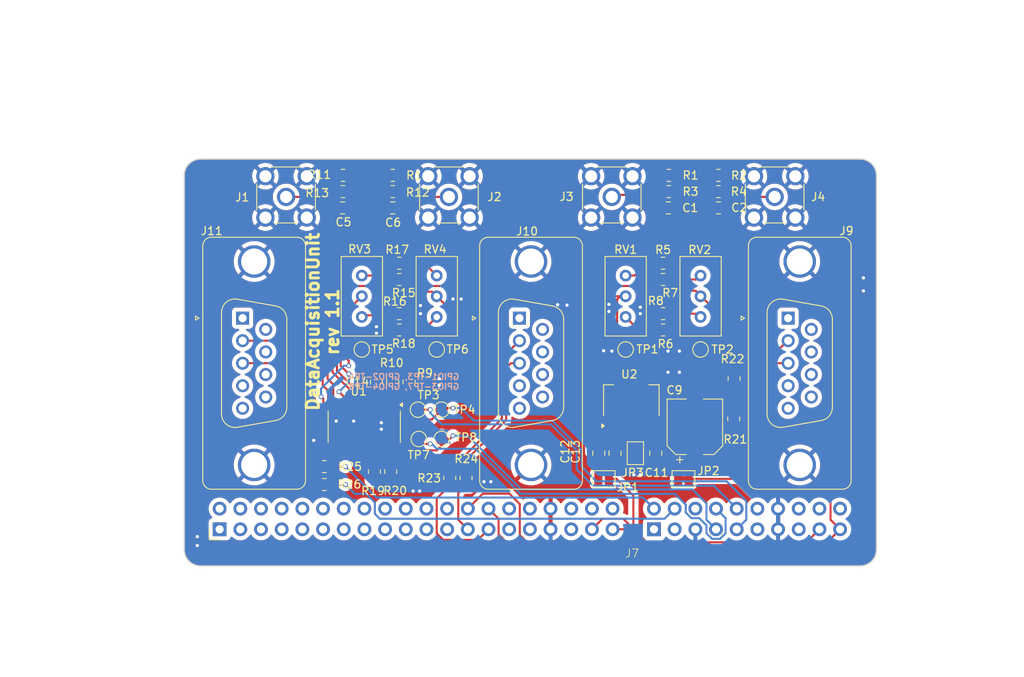
<source format=kicad_pcb>
(kicad_pcb (version 20241229) (generator "pcbnew") (generator_version "9.0")
  (layers (0 "F.Cu" signal) (2 "B.Cu" signal) (13 "F.Paste" user) (15 "B.Paste" user) (5 "F.SilkS" user "F.Silkscreen") (7 "B.SilkS" user "B.Silkscreen") (1 "F.Mask" user) (3 "B.Mask" user) (25 "Edge.Cuts" user))
  (net 0 "")
  (net 1 "Net-(U1A-+)")
  (net 2 "GND")
  (net 3 "Net-(U1B-+)")
  (net 4 "Net-(U1D-+)")
  (net 5 "Net-(U1C-+)")
  (net 6 "3V3_FROM_MAINBOARD")
  (net 7 "GPIO_20")
  (net 10 "5V")
  (net 11 "Net-(J1-In)")
  (net 12 "3V3")
  (net 13 "Net-(J2-In)")
  (net 14 "Net-(J3-In)")
  (net 15 "Net-(J4-In)")
  (net 16 "GPIO_22")
  (net 17 "USART1_RX")
  (net 18 "USART1_TX")
  (net 19 "USART2_RX")
  (net 20 "Net-(U1A--)")
  (net 21 "Net-(U1B--)")
  (net 22 "Net-(U1D--)")
  (net 23 "Net-(U1C--)")
  (net 24 "USART2_TX")
  (net 25 "Net-(R5-Pad1)")
  (net 26 "Net-(R6-Pad2)")
  (net 27 "Net-(JP2-B)")
  (net 28 "Net-(R7-Pad1)")
  (net 29 "Net-(R8-Pad2)")
  (net 30 "Net-(R15-Pad1)")
  (net 31 "Net-(R16-Pad2)")
  (net 32 "Net-(R17-Pad1)")
  (net 33 "Net-(R18-Pad2)")
  (net 34 "Net-(JP3-A)")
  (net 40 "GPIO_21")
  (net 48 "USART3_TX")
  (net 49 "USART3_RX")
  (net 56 "GPIO_19")
  (net 79 "Net-(J9-Pad3)")
  (net 84 "Net-(J9-Pad2)")
  (net 91 "Net-(J10-Pad3)")
  (net 93 "Net-(J10-Pad2)")
  (net 102 "Net-(J11-Pad3)")
  (net 104 "Net-(J11-Pad2)")
  (footprint "Resistor_SMD:R_0805_2012Metric" (layer "F.Cu") (at 157.6 97.4 90)
    (property "Reference" "R9")
    (property "Value" "10k")
  )
  (footprint "TestPoint:TestPoint_Pad_D1.5mm" (layer "F.Cu") (at 151.8 93.4)
    (property "Reference" "TP5")
    (property "Value" "TestPoint")
  )
  (footprint "Resistor_SMD:R_0805_2012Metric" (layer "F.Cu") (at 195.6 72 180)
    (property "Reference" "R2")
    (property "Value" "1k")
  )
  (footprint "Jumper:SolderJumper-2_P1.3mm_Bridged_Pad1.0x1.5mm" (layer "F.Cu") (at 191.3 109.3 180)
    (property "Reference" "JP2")
    (property "Value" "SolderJumper_2_Bridged")
  )
  (footprint "Potentiometer_THT:Potentiometer_Bourns_3296W_Vertical" (layer "F.Cu") (at 151.8 84.32 90)
    (property "Reference" "RV3")
    (property "Value" "100k")
  )
  (footprint "Connector_Dsub:DSUB-9_Socket_Vertical_P2.77x2.84mm_MountingHoles" (layer "F.Cu") (at 204.16 89.55 90)
    (property "Reference" "J9")
    (property "Value" "DE9_Pins_MountingHoles")
  )
  (footprint "Resistor_SMD:R_0805_2012Metric" (layer "F.Cu") (at 149.5 72)
    (property "Reference" "R11")
    (property "Value" "1k")
  )
  (footprint "Package_SO:SO-14_3.9x8.65mm_P1.27mm" (layer "F.Cu") (at 152.1 102.9 -90)
    (property "Reference" "U1")
    (property "Value" "LM2901")
  )
  (footprint "Resistor_SMD:R_0805_2012Metric" (layer "F.Cu") (at 156.4 82.8 180)
    (property "Reference" "R17")
    (property "Value" "TBD")
  )
  (footprint "TestPoint:TestPoint_Pad_D1.5mm" (layer "F.Cu") (at 158.8 104.4 90)
    (property "Reference" "TP7")
    (property "Value" "TestPoint")
  )
  (footprint "Resistor_SMD:R_0805_2012Metric" (layer "F.Cu") (at 197.475 101.925 90)
    (property "Reference" "R21")
    (property "Value" "100R")
  )
  (footprint "TestPoint:TestPoint_Pad_D1.5mm" (layer "F.Cu") (at 158.7 100.8 90)
    (property "Reference" "TP3")
    (property "Value" "TestPoint")
  )
  (footprint "Capacitor_SMD:C_0805_2012Metric" (layer "F.Cu") (at 195.6 76)
    (property "Reference" "C2")
    (property "Value" "3n3")
  )
  (footprint "Resistor_SMD:R_0805_2012Metric" (layer "F.Cu") (at 188.8 84.8 180)
    (property "Reference" "R7")
    (property "Value" "TBD")
  )
  (footprint "TestPoint:TestPoint_Pad_D1.5mm" (layer "F.Cu") (at 184.2 93.4 180)
    (property "Reference" "TP1")
    (property "Value" "TestPoint")
  )
  (footprint "Resistor_SMD:R_0805_2012Metric" (layer "F.Cu") (at 188.8 89)
    (property "Reference" "R8")
    (property "Value" "TBD")
  )
  (footprint "Resistor_SMD:R_0805_2012Metric" (layer "F.Cu") (at 156.4 84.8)
    (property "Reference" "R15")
    (property "Value" "TBD")
  )
  (footprint "Resistor_SMD:R_0805_2012Metric" (layer "F.Cu") (at 164.6 109.2 90)
    (property "Reference" "R24")
    (property "Value" "100R")
  )
  (footprint "Resistor_SMD:R_0805_2012Metric" (layer "F.Cu") (at 188.8 82.8)
    (property "Reference" "R5")
    (property "Value" "TBD")
  )
  (footprint "Resistor_SMD:R_0805_2012Metric" (layer "F.Cu") (at 188.8 91 180)
    (property "Reference" "R6")
    (property "Value" "TBD")
  )
  (footprint "Capacitor_SMD:C_0805_2012Metric" (layer "F.Cu") (at 155.6 76)
    (property "Reference" "C6")
    (property "Value" "3n3")
  )
  (footprint "Capacitor_SMD:C_0805_2012Metric" (layer "F.Cu") (at 189.45 76 180)
    (property "Reference" "C1")
    (property "Value" "3n3")
  )
  (footprint "HardwareDataLogger:ExtensionConnector" (layer "F.Cu") (at 172.5 117.3 90)
    (property "Reference" "J7")
    (property "Value" "~")
  )
  (footprint "Potentiometer_THT:Potentiometer_Bourns_3296W_Vertical" (layer "F.Cu") (at 161 84.32 90)
    (property "Reference" "RV4")
    (property "Value" "100k")
  )
  (footprint "Capacitor_SMD:CP_Elec_6.3x5.8" (layer "F.Cu") (at 192.7 102.9 90)
    (property "Reference" "C9")
    (property "Value" "100u")
  )
  (footprint "Package_TO_SOT_SMD:SOT-223" (layer "F.Cu") (at 184.9 99.65 90)
    (property "Reference" "U2")
    (property "Value" "LD1117S50TR_SOT223")
  )
  (footprint "Resistor_SMD:R_0805_2012Metric" (layer "F.Cu") (at 195.6 74 180)
    (property "Reference" "R4")
    (property "Value" "8k2")
  )
  (footprint "Resistor_SMD:R_0805_2012Metric" (layer "F.Cu") (at 156.4 89 180)
    (property "Reference" "R16")
    (property "Value" "TBD")
  )
  (footprint "Connector_Coaxial:SMA_Molex_73251-2200_Horizontal" (layer "F.Cu") (at 162.5 74.65)
    (property "Reference" "J2")
    (property "Value" "Conn_Coaxial")
  )
  (footprint "Capacitor_SMD:C_0805_2012Metric" (layer "F.Cu") (at 182.9 106.15 90)
    (property "Reference" "C13")
    (property "Value" "330n")
  )
  (footprint "Connector_Coaxial:SMA_Molex_73251-2200_Horizontal" (layer "F.Cu") (at 142.5 74.65)
    (property "Reference" "J1")
    (property "Value" "Conn_Coaxial")
  )
  (footprint "Jumper:SolderJumper-2_P1.3mm_Bridged_Pad1.0x1.5mm" (layer "F.Cu") (at 185.4 106.15 -90)
    (property "Reference" "JP3")
    (property "Value" "SolderJumper_2_Bridged")
  )
  (footprint "Potentiometer_THT:Potentiometer_Bourns_3296W_Vertical" (layer "F.Cu") (at 193.4 84.32 90)
    (property "Reference" "RV2")
    (property "Value" "100k")
  )
  (footprint "Connector_Dsub:DSUB-9_Socket_Vertical_P2.77x2.84mm_MountingHoles" (layer "F.Cu") (at 171.16 89.55 90)
    (property "Reference" "J10")
    (property "Value" "DE9_Pins_MountingHoles")
  )
  (footprint "Resistor_SMD:R_0805_2012Metric" (layer "F.Cu") (at 155.6 74 180)
    (property "Reference" "R14")
    (property "Value" "8k2")
  )
  (footprint "Resistor_SMD:R_0805_2012Metric" (layer "F.Cu") (at 155.6 97.4 90)
    (property "Reference" "R10")
    (property "Value" "10k")
  )
  (footprint "Potentiometer_THT:Potentiometer_Bourns_3296W_Vertical" (layer "F.Cu") (at 184.2 84.32 90)
    (property "Reference" "RV1")
    (property "Value" "100k")
  )
  (footprint "TestPoint:TestPoint_Pad_D1.5mm" (layer "F.Cu") (at 193.4 93.4 180)
    (property "Reference" "TP2")
    (property "Value" "TestPoint")
  )
  (footprint "Resistor_SMD:R_0805_2012Metric" (layer "F.Cu") (at 147.2 110 180)
    (property "Reference" "R26")
    (property "Value" "100R")
  )
  (footprint "Resistor_SMD:R_0805_2012Metric" (layer "F.Cu") (at 156.4 91)
    (property "Reference" "R18")
    (property "Value" "TBD")
  )
  (footprint "Connector_Coaxial:SMA_Molex_73251-2200_Horizontal" (layer "F.Cu") (at 202.5 74.65)
    (property "Reference" "J4")
    (property "Value" "Conn_Coaxial")
  )
  (footprint "Resistor_SMD:R_0805_2012Metric" (layer "F.Cu") (at 149.4875 74)
    (property "Reference" "R13")
    (property "Value" "8k2")
  )
  (footprint "Capacitor_SMD:C_0805_2012Metric" (layer "F.Cu") (at 153.6 97.4 90)
    (property "Reference" "C14")
    (property "Value" "100n")
  )
  (footprint "Capacitor_SMD:C_0805_2012Metric" (layer "F.Cu") (at 187.9 106.15 -90)
    (property "Reference" "C11")
    (property "Value" "330n")
  )
  (footprint "Capacitor_SMD:C_0805_2012Metric" (layer "F.Cu") (at 180.9 106.15 90)
    (property "Reference" "C12")
    (property "Value" "330n")
  )
  (footprint "Resistor_SMD:R_0805_2012Metric" (layer "F.Cu") (at 189.4875 74)
    (property "Reference" "R3")
    (property "Value" "8k2")
  )
  (footprint "Resistor_SMD:R_0805_2012Metric" (layer "F.Cu") (at 197.525 96.975 90)
    (property "Reference" "R22")
    (property "Value" "100R")
  )
  (footprint "Resistor_SMD:R_0805_2012Metric" (layer "F.Cu") (at 153.35 108.4 -90)
    (property "Reference" "R19")
    (property "Value" "10k")
  )
  (footprint "Connector_Coaxial:SMA_Molex_73251-2200_Horizontal" (layer "F.Cu") (at 182.5 74.65)
    (property "Reference" "J3")
    (property "Value" "Conn_Coaxial")
  )
  (footprint "Resistor_SMD:R_0805_2012Metric" (layer "F.Cu") (at 155.6 72 180)
    (property "Reference" "R12")
    (property "Value" "1k")
  )
  (footprint "Resistor_SMD:R_0805_2012Metric" (layer "F.Cu") (at 189.5125 72)
    (property "Reference" "R1")
    (property "Value" "1k")
  )
  (footprint "Resistor_SMD:R_0805_2012Metric" (layer "F.Cu") (at 155.35 108.4 -90)
    (property "Reference" "R20")
    (property "Value" "10k")
  )
  (footprint "Resistor_SMD:R_0805_2012Metric" (layer "F.Cu") (at 147.2 107.8 180)
    (property "Reference" "R25")
    (property "Value" "100R")
  )
  (footprint "Jumper:SolderJumper-2_P1.3mm_Open_Pad1.0x1.5mm" (layer "F.Cu") (at 181.5 109.3 180)
    (property "Reference" "JP1")
    (property "Value" "SolderJumper_2_Open")
  )
  (footprint "TestPoint:TestPoint_Pad_D1.5mm" (layer "F.Cu") (at 161.6 104.4 90)
    (property "Reference" "TP8")
    (property "Value" "TestPoint")
  )
  (footprint "Connector_Dsub:DSUB-9_Socket_Vertical_P2.77x2.84mm_MountingHoles" (layer "F.Cu") (at 137.16 89.55 90)
    (property "Reference" "J11")
    (property "Value" "DE9_Pins_MountingHoles")
  )
  (footprint "Resistor_SMD:R_0805_2012Metric" (layer "F.Cu") (at 162.6 109.2 90)
    (property "Reference" "R23")
    (property "Value" "100R")
  )
  (footprint "Capacitor_SMD:C_0805_2012Metric" (layer "F.Cu") (at 149.45 76 180)
    (property "Reference" "C5")
    (property "Value" "3n3")
  )
  (footprint "TestPoint:TestPoint_Pad_D1.5mm" (layer "F.Cu") (at 161 93.4)
    (property "Reference" "TP6")
    (property "Value" "TestPoint")
  )
  (footprint "TestPoint:TestPoint_Pad_D1.5mm" (layer "F.Cu") (at 161.6 100.8 90)
    (property "Reference" "TP4")
    (property "Value" "TestPoint")
  )
  (gr_line (start 132 120) (end 213 120) (stroke (width 0.15)) (layer "Edge.Cuts"))
  (gr_line (start 215 118) (end 215 72) (stroke (width 0.15)) (layer "Edge.Cuts"))
  (gr_arc (start 215 118) (mid 214.414214 119.414214) (end 213 120) (stroke (width 0.15)) (layer "Edge.Cuts"))
  (gr_line (start 213 70) (end 132.000001 70.000001) (stroke (width 0.15)) (layer "Edge.Cuts"))
  (gr_arc (start 130.000001 72.000001) (mid 130.585787 70.585787) (end 132.000001 70.000001) (stroke (width 0.15)) (layer "Edge.Cuts"))
  (gr_line (start 130 118) (end 130.000002 72.000001) (stroke (width 0.15)) (layer "Edge.Cuts"))
  (gr_arc (start 213 70.000001) (mid 214.414214 70.585787) (end 215 72.000001) (stroke (width 0.15)) (layer "Edge.Cuts"))
  (gr_arc (start 132.000001 119.999999) (mid 130.585787 119.414213) (end 130.000001 117.999999) (stroke (width 0.15)) (layer "Edge.Cuts"))
  (gr_text "DataAcquisitionUnit\nrev 1.1" (at 147 90 90) (layer "F.SilkS") (effects (font (size 1.5 1.5) (thickness 0.35))))
  (gr_text "GPIO1-TP3, GPIO2-TP4, \nGPIO3-TP7, GPIO4-TP8" (at 163.85 98.4 0) (layer "B.SilkS") (effects (font (size 0.75 0.75)) (justify left bottom mirror)))
  (segment (start 148.2 96.2) (end 148.2 84.4) (width 0.25) (layer "F.Cu") (net 1))
  (segment (start 150.83 100.425) (end 150.83 98.83) (width 0.25) (layer "F.Cu") (net 1))
  (segment (start 194.6875 74) (end 194.6875 75.9625) (width 0.25) (layer "F.Cu") (net 1))
  (segment (start 177.6 80.2) (end 191.4 80.2) (width 0.25) (layer "F.Cu") (net 1))
  (segment (start 191.4 80.2) (end 194.65 76.95) (width 0.25) (layer "F.Cu") (net 1))
  (segment (start 148.2 84.4) (end 152 80.6) (width 0.25) (layer "F.Cu") (net 1))
  (segment (start 177.051 79.651) (end 177.6 80.2) (width 0.25) (layer "F.Cu") (net 1))
  (segment (start 166.651 80.6) (end 167.6 79.651) (width 0.25) (layer "F.Cu") (net 1))
  (segment (start 194.6875 72) (end 194.6875 74) (width 0.25) (layer "F.Cu") (net 1))
  (segment (start 150.83 98.83) (end 148.2 96.2) (width 0.25) (layer "F.Cu") (net 1))
  (segment (start 167.6 79.651) (end 177.051 79.651) (width 0.25) (layer "F.Cu") (net 1))
  (segment (start 194.65 76.95) (end 194.65 76) (width 0.25) (layer "F.Cu") (net 1))
  (segment (start 152 80.6) (end 166.651 80.6) (width 0.25) (layer "F.Cu") (net 1))
  (segment (start 153.37 104.63) (end 154 104) (width 0.25) (layer "F.Cu") (net 2))
  (segment (start 154 103.4) (end 154.2 103.2) (width 0.25) (layer "F.Cu") (net 2))
  (segment (start 154.2 103.2) (end 154.2 102.4) (width 0.25) (layer "F.Cu") (net 2))
  (segment (start 154 104) (end 154 103.4) (width 0.25) (layer "F.Cu") (net 2))
  (via (at 186 89) (size 0.6) (drill 0.4) (layers "F.Cu" "B.Cu") (net 2))
  (via (at 167.65 109.65) (size 0.6) (drill 0.4) (layers "F.Cu" "B.Cu") (net 2))
  (via (at 186 108.8) (size 0.6) (drill 0.4) (layers "F.Cu" "B.Cu") (net 2))
  (via (at 182.15 87.85) (size 0.6) (drill 0.4) (layers "F.Cu" "B.Cu") (net 2))
  (via (at 213.4 84.6) (size 0.6) (drill 0.4) (layers "F.Cu" "B.Cu") (net 2))
  (via (at 163 87.2) (size 0.6) (drill 0.4) (layers "F.Cu" "B.Cu") (net 2))
  (via (at 159 89) (size 0.6) (drill 0.4) (layers "F.Cu" "B.Cu") (net 2))
  (via (at 175.85 87.9) (size 0.6) (drill 0.4) (layers "F.Cu" "B.Cu") (net 2))
  (via (at 154.2 103.2) (size 0.6) (drill 0.4) (layers "F.Cu" "B.Cu") (net 2))
  (via (at 161.3 97) (size 0.6) (drill 0.4) (layers "F.Cu" "B.Cu") (net 2))
  (via (at 213.4 86.2) (size 0.6) (drill 0.4) (layers "F.Cu" "B.Cu") (net 2))
  (via (at 158.9 110.8) (size 0.6) (drill 0.4) (layers "F.Cu" "B.Cu") (net 2))
  (via (at 145.9 104.575) (size 0.6) (drill 0.4) (layers "F.Cu" "B.Cu") (net 2))
  (via (at 177 87.95) (size 0.6) (drill 0.4) (layers "F.Cu" "B.Cu") (net 2))
  (via (at 164 87.2) (size 0.6) (drill 0.4) (layers "F.Cu" "B.Cu") (net 2))
  (via (at 159 88) (size 0.6) (drill 0.4) (layers "F.Cu" "B.Cu") (net 2))
  (via (at 166.8 109.65) (size 0.6) (drill 0.4) (layers "F.Cu" "B.Cu") (net 2))
  (via (at 186 88.2) (size 0.6) (drill 0.4) (layers "F.Cu" "B.Cu") (net 2))
  (via (at 153.6 91.4) (size 0.6) (drill 0.4) (layers "F.Cu" "B.Cu") (net 2))
  (via (at 131.6 117.5) (size 0.6) (drill 0.4) (layers "F.Cu" "B.Cu") (net 2))
  (via (at 190.8 96.2) (size 0.6) (drill 0.4) (layers "F.Cu" "B.Cu") (net 2))
  (via (at 182.5 93.6) (size 0.6) (drill 0.4) (layers "F.Cu" "B.Cu") (net 2))
  (via (at 185.2 108.8) (size 0.6) (drill 0.4) (layers "F.Cu" "B.Cu") (net 2))
  (via (at 161.3 97.8) (size 0.6) (drill 0.4) (layers "F.Cu" "B.Cu") (net 2))
  (via (at 189.4 96.2) (size 0.6) (drill 0.4) (layers "F.Cu" "B.Cu") (net 2))
  (via (at 189.4 93.6) (size 0.6) (drill 0.4) (layers "F.Cu" "B.Cu") (net 2))
  (via (at 154.2 102.4) (size 0.6) (drill 0.4) (layers "F.Cu" "B.Cu") (net 2))
  (via (at 190.8 93.6) (size 0.6) (drill 0.4) (layers "F.Cu" "B.Cu") (net 2))
  (via (at 148.65 102.2) (size 0.6) (drill 0.4) (layers "F.Cu" "B.Cu") (net 2))
  (via (at 182.15 88.725) (size 0.6) (drill 0.4) (layers "F.Cu" "B.Cu") (net 2))
  (via (at 153.6 90.6) (size 0.6) (drill 0.4) (layers "F.Cu" "B.Cu") (net 2))
  (via (at 158.1 110.8) (size 0.6) (drill 0.4) (layers "F.Cu" "B.Cu") (net 2))
  (via (at 150.8 102.2) (size 0.6) (drill 0.4) (layers "F.Cu" "B.Cu") (net 2))
  (via (at 181.5 93.55) (size 0.6) (drill 0.4) (layers "F.Cu" "B.Cu") (net 2))
  (via (at 131.6 116.4) (size 0.6) (drill 0.4) (layers "F.Cu" "B.Cu") (net 2))
  (segment (start 187.451 79.749) (end 177.949 79.749) (width 0.25) (layer "F.Cu") (net 3))
  (segment (start 177.949 79.749) (end 177.4 79.2) (width 0.25) (layer "F.Cu") (net 3))
  (segment (start 177.4 79.2) (end 167.4 79.2) (width 0.25) (layer "F.Cu") (net 3))
  (segment (start 151.651 80.149) (end 147.6 84.2) (width 0.25) (layer "F.Cu") (net 3))
  (segment (start 166.451 80.149) (end 151.651 80.149) (width 0.25) (layer "F.Cu") (net 3))
  (segment (start 148.29 97.69) (end 148.29 100.425) (width 0.25) (layer "F.Cu") (net 3))
  (segment (start 190.4 76.8) (end 187.451 79.749) (width 0.25) (layer "F.Cu") (net 3))
  (segment (start 190.4 74) (end 190.4 76) (width 0.25) (layer "F.Cu") (net 3))
  (segment (start 147.6 84.2) (end 147.6 97) (width 0.25) (layer "F.Cu") (net 3))
  (segment (start 147.6 97) (end 148.29 97.69) (width 0.25) (layer "F.Cu") (net 3))
  (segment (start 167.4 79.2) (end 166.451 80.149) (width 0.25) (layer "F.Cu") (net 3))
  (segment (start 190.4 76) (end 190.4 76.8) (width 0.25) (layer "F.Cu") (net 3))
  (segment (start 190.425 72) (end 190.425 73.975) (width 0.25) (layer "F.Cu") (net 3))
  (segment (start 149.56 104.56) (end 147.664 102.664) (width 0.25) (layer "F.Cu") (net 4))
  (segment (start 147 97.8) (end 147 84) (width 0.25) (layer "F.Cu") (net 4))
  (segment (start 147.664 98.464) (end 147 97.8) (width 0.25) (layer "F.Cu") (net 4))
  (segment (start 147 84) (end 154.6 76.4) (width 0.25) (layer "F.Cu") (net 4))
  (segment (start 154.6875 74) (end 154.6875 75.9625) (width 0.25) (layer "F.Cu") (net 4))
  (segment (start 154.6875 72) (end 154.6875 74) (width 0.25) (layer "F.Cu") (net 4))
  (segment (start 147.664 102.664) (end 147.664 98.464) (width 0.25) (layer "F.Cu") (net 4))
  (segment (start 150.4125 72) (end 150.4125 73.9875) (width 0.25) (layer "F.Cu") (net 5))
  (segment (start 147.876 106.676) (end 151.773999 106.676) (width 0.25) (layer "F.Cu") (net 5))
  (segment (start 146.549 97.2) (end 146 97.749) (width 0.25) (layer "F.Cu") (net 5))
  (segment (start 150.4 76) (end 150.4 79.96219) (width 0.25) (layer "F.Cu") (net 5))
  (segment (start 147.35 106.15) (end 147.876 106.676) (width 0.25) (layer "F.Cu") (net 5))
  (segment (start 146.549 83.81319) (end 146.549 97.2) (width 0.25) (layer "F.Cu") (net 5))
  (segment (start 152.1 106.349999) (end 152.1 105.375) (width 0.25) (layer "F.Cu") (net 5))
  (segment (start 147.35 104.35) (end 147.35 106.15) (width 0.25) (layer "F.Cu") (net 5))
  (segment (start 151.773999 106.676) (end 152.1 106.349999) (width 0.25) (layer "F.Cu") (net 5))
  (segment (start 150.4 74) (end 150.4 76) (width 0.25) (layer "F.Cu") (net 5))
  (segment (start 146 103) (end 147.35 104.35) (width 0.25) (layer "F.Cu") (net 5))
  (segment (start 150.4 79.96219) (end 146.549 83.81319) (width 0.25) (layer "F.Cu") (net 5))
  (segment (start 146 97.749) (end 146 103) (width 0.25) (layer "F.Cu") (net 5))
  (segment (start 183.085298 109.3) (end 185.15 111.364702) (width 0.25) (layer "F.Cu") (net 6))
  (segment (start 206.4 117.1) (end 186.8 117.1) (width 0.25) (layer "F.Cu") (net 6))
  (segment (start 183.9 114.2) (end 181.36 114.2) (width 0.25) (layer "F.Cu") (net 6))
  (segment (start 208 115.5) (end 206.4 117.1) (width 0.25) (layer "F.Cu") (net 6))
  (segment (start 183.9 114.2) (end 185.15 115.45) (width 0.25) (layer "F.Cu") (net 6))
  (segment (start 185.15 111.364702) (end 185.15 115.45) (width 0.25) (layer "F.Cu") (net 6))
  (segment (start 180.06 115.5) (end 181.36 114.2) (width 0.25) (layer "F.Cu") (net 6))
  (segment (start 182.15 109.3) (end 183.085298 109.3) (width 0.25) (layer "F.Cu") (net 6))
  (segment (start 186.8 117.1) (end 185.15 115.45) (width 0.25) (layer "F.Cu") (net 6))
  (segment (start 163 100.6) (end 161.8 100.6) (width 0.25) (layer "F.Cu") (net 7))
  (segment (start 155.6 98.73) (end 155.6 98.3125) (width 0.25) (layer "F.Cu") (net 7))
  (segment (start 154.64 101.24) (end 155.4 102) (width 0.25) (layer "F.Cu") (net 7))
  (segment (start 154.64 99.69) (end 155.6 98.73) (width 0.25) (layer "F.Cu") (net 7))
  (segment (start 155.4 102) (end 160.4 102) (width 0.25) (layer "F.Cu") (net 7))
  (segment (start 160.4 102) (end 161.6 100.8) (width 0.25) (layer "F.Cu") (net 7))
  (via (at 163 100.6) (size 0.6) (drill 0.4) (layers "F.Cu" "B.Cu") (net 7))
  (segment (start 178.651 105.61319) (end 175.18681 102.149) (width 0.25) (layer "B.Cu") (net 7))
  (segment (start 175.18681 102.149) (end 165.549 102.149) (width 0.25) (layer "B.Cu") (net 7))
  (segment (start 199.016 112.016) (end 196.6 109.6) (width 0.25) (layer "B.Cu") (net 7))
  (segment (start 196.6 109.6) (end 180.6 109.6) (width 0.25) (layer "B.Cu") (net 7))
  (segment (start 178.651 105.651) (end 178.651 105.61319) (width 0.25) (layer "B.Cu") (net 7))
  (segment (start 180.6 109.6) (end 178.8 107.8) (width 0.25) (layer "B.Cu") (net 7))
  (segment (start 178.8 105.8) (end 178.651 105.651) (width 0.25) (layer "B.Cu") (net 7))
  (segment (start 178.8 107.8) (end 178.8 105.8) (width 0.25) (layer "B.Cu") (net 7))
  (segment (start 199.016 114.324) (end 199.016 112.016) (width 0.25) (layer "B.Cu") (net 7))
  (segment (start 197.84 115.5) (end 199.016 114.324) (width 0.25) (layer "B.Cu") (net 7))
  (segment (start 165.549 102.149) (end 164 100.6) (width 0.25) (layer "B.Cu") (net 7))
  (segment (start 164 100.6) (end 163 100.6) (width 0.25) (layer "B.Cu") (net 7))
  (segment (start 210.54 115.5) (end 208.44 117.6) (width 0.25) (layer "F.Cu") (net 10))
  (segment (start 186.4 117.6) (end 184.3 115.5) (width 0.25) (layer "F.Cu") (net 10))
  (segment (start 184.3 115.5) (end 182.6 115.5) (width 0.25) (layer "F.Cu") (net 10))
  (segment (start 198.05 109.3) (end 199.95 111.2) (width 0.25) (layer "F.Cu") (net 10))
  (segment (start 191.95 109.3) (end 198.05 109.3) (width 0.25) (layer "F.Cu") (net 10))
  (segment (start 199.95 111.2) (end 208.4 111.2) (width 0.25) (layer "F.Cu") (net 10))
  (segment (start 209.364 114.324) (end 210.54 115.5) (width 0.25) (layer "F.Cu") (net 10))
  (segment (start 208.4 111.2) (end 209.364 112.164) (width 0.25) (layer "F.Cu") (net 10))
  (segment (start 209.364 112.164) (end 209.364 114.324) (width 0.25) (layer "F.Cu") (net 10))
  (segment (start 208.44 117.6) (end 186.4 117.6) (width 0.25) (layer "F.Cu") (net 10))
  (segment (start 145.9 74.65) (end 148.55 72) (width 0.25) (layer "F.Cu") (net 11))
  (segment (start 142.5 74.65) (end 145.9 74.65) (width 0.25) (layer "F.Cu") (net 11))
  (segment (start 157.3125 84.8) (end 158.8 84.8) (width 0.25) (layer "F.Cu") (net 12))
  (segment (start 165.8 87.4) (end 165.8 87.6) (width 0.25) (layer "F.Cu") (net 12))
  (segment (start 180.85 109.3) (end 180.85 107.15) (width 0.25) (layer "F.Cu") (net 12))
  (segment (start 161.974 96.374) (end 162 96.4) (width 0.25) (layer "F.Cu") (net 12))
  (segment (start 180.9 107.1) (end 179.849 106.049) (width 0.25) (layer "F.Cu") (net 12))
  (segment (start 153.37 101.83) (end 152.744 102.456) (width 0.25) (layer "F.Cu") (net 12))
  (segment (start 185.4 106.8) (end 184.5 106.8) (width 0.25) (layer "F.Cu") (net 12))
  (segment (start 152.324 106.979486) (end 152.324 108.2865) (width 0.25) (layer "F.Cu") (net 12))
  (segment (start 165.8 87.2) (end 165.7 87.1) (width 0.25) (layer "F.Cu") (net 12))
  (segment (start 165.8 92.6) (end 165.8 87.6) (width 0.25) (layer "F.Cu") (net 12))
  (segment (start 152.744 106.559486) (end 152.324 106.979486) (width 0.25) (layer "F.Cu") (net 12))
  (segment (start 181.2 94.8) (end 173.8 87.4) (width 0.25) (layer "F.Cu") (net 12))
  (segment (start 164.2 85.6) (end 165.7 87.1) (width 0.25) (layer "F.Cu") (net 12))
  (segment (start 165.8 87.4) (end 166 87.4) (width 0.25) (layer "F.Cu") (net 12))
  (segment (start 157.7135 96.374) (end 161.974 96.374) (width 0.25) (layer "F.Cu") (net 12))
  (segment (start 179.849 106.049) (end 179.849 96.151) (width 0.25) (layer "F.Cu") (net 12))
  (segment (start 187.8875 84.625) (end 189.7125 82.8) (width 0.25) (layer "F.Cu") (net 12))
  (segment (start 153.6 98.35) (end 155.4625 96.4875) (width 0.25) (layer "F.Cu") (net 12))
  (segment (start 179.849 96.151) (end 181.2 94.8) (width 0.25) (layer "F.Cu") (net 12))
  (segment (start 152.744 102.456) (end 152.744 106.559486) (width 0.25) (layer "F.Cu") (net 12))
  (segment (start 157.3125 84.625) (end 155.4875 82.8) (width 0.25) (layer "F.Cu") (net 12))
  (segment (start 153.35 109.3125) (end 155.35 109.3125) (width 0.25) (layer "F.Cu") (net 12))
  (segment (start 165.8 87.6) (end 165.8 87.2) (width 0.25) (layer "F.Cu") (net 12))
  (segment (start 152.324 108.2865) (end 153.35 109.3125) (width 0.25) (layer "F.Cu") (net 12))
  (segment (start 184.2 107.1) (end 182.9 107.1) (width 0.25) (layer "F.Cu") (net 12))
  (segment (start 195.4 84.4) (end 195.4 93.8) (width 0.25) (layer "F.Cu") (net 12))
  (segment (start 195.4 93.8) (end 194.275 94.925) (width 0.25) (layer "F.Cu") (net 12))
  (segment (start 165.7 87.1) (end 166 87.4) (width 0.25) (layer "F.Cu") (net 12))
  (segment (start 153.37 100.425) (end 153.37 98.58) (width 0.25) (layer "F.Cu") (net 12))
  (segment (start 184.5 106.8) (end 184.2 107.1) (width 0.25) (layer "F.Cu") (net 12))
  (segment (start 159.6 85.6) (end 164.2 85.6) (width 0.25) (layer "F.Cu") (net 12))
  (segment (start 189.7125 82.8) (end 193.8 82.8) (width 0.25) (layer "F.Cu") (net 12))
  (segment (start 194.275 94.925) (end 181.325 94.925) (width 0.25) (layer "F.Cu") (net 12))
  (segment (start 193.8 82.8) (end 195.4 84.4) (width 0.25) (layer "F.Cu") (net 12))
  (segment (start 181.325 94.925) (end 181.2 94.8) (width 0.25) (layer "F.Cu") (net 12))
  (segment (start 155.6 96.4875) (end 157.6 96.4875) (width 0.25) (layer "F.Cu") (net 12))
  (segment (start 153.37 100.425) (end 153.37 101.83) (width 0.25) (layer "F.Cu") (net 12))
  (segment (start 182.9 107.1) (end 180.9 107.1) (width 0.25) (layer "F.Cu") (net 12))
  (segment (start 158.8 84.8) (end 159.6 85.6) (width 0.25) (layer "F.Cu") (net 12))
  (segment (start 162 96.4) (end 165.8 92.6) (width 0.25) (layer "F.Cu") (net 12))
  (segment (start 173.8 87.4) (end 166 87.4) (width 0.25) (layer "F.Cu") (net 12))
  (segment (start 162.5 74.65) (end 159.1625 74.65) (width 0.25) (layer "F.Cu") (net 13))
  (segment (start 159.1625 74.65) (end 156.5125 72) (width 0.25) (layer "F.Cu") (net 13))
  (segment (start 187.8 72) (end 188.6 72) (width 0.25) (layer "F.Cu") (net 14))
  (segment (start 182.75 74.4) (end 185.4 74.4) (width 0.25) (layer "F.Cu") (net 14))
  (segment (start 185.4 74.4) (end 187.8 72) (width 0.25) (layer "F.Cu") (net 14))
  (segment (start 199.65 74.65) (end 197 72) (width 0.25) (layer "F.Cu") (net 15))
  (segment (start 202.5 74.65) (end 199.65 74.65) (width 0.25) (layer "F.Cu") (net 15))
  (segment (start 197 72) (end 196.5125 72) (width 0.25) (layer "F.Cu") (net 15))
  (segment (start 156.335 105.8) (end 155.91 105.375) (width 0.25) (layer "F.Cu") (net 16))
  (segment (start 162.6 104.4) (end 161.6 104.4) (width 0.25) (layer "F.Cu") (net 16))
  (segment (start 161 105.8) (end 156.335 105.8) (width 0.25) (layer "F.Cu") (net 16))
  (segment (start 161.6 105.2) (end 161 105.8) (width 0.25) (layer "F.Cu") (net 16))
  (segment (start 163 104) (end 162.6 104.4) (width 0.25) (layer "F.Cu") (net 16))
  (segment (start 155.91 105.375) (end 155.91 107.6775) (width 0.25) (layer "F.Cu") (net 16))
  (segment (start 161.6 104.4) (end 161.6 105.2) (width 0.25) (layer "F.Cu") (net 16))
  (via (at 163 104) (size 0.6) (drill 0.4) (layers "F.Cu" "B.Cu") (net 16))
  (segment (start 164.8 104) (end 163 104) (width 0.25) (layer "B.Cu") (net 16))
  (segment (start 192.4 110.6) (end 171.4 110.6) (width 0.25) (layer "B.Cu") (net 16))
  (segment (start 195.3 115.5) (end 194.124 114.324) (width 0.25) (layer "B.Cu") (net 16))
  (segment (start 171.4 110.6) (end 164.8 104) (width 0.25) (layer "B.Cu") (net 16))
  (segment (start 194.124 114.324) (end 194.124 112.324) (width 0.25) (layer "B.Cu") (net 16))
  (segment (start 194.124 112.324) (end 192.4 110.6) (width 0.25) (layer "B.Cu") (net 16))
  (segment (start 166.656 111.124) (end 164.82 112.96) (width 0.25) (layer "F.Cu") (net 17))
  (segment (start 212.2 116.4) (end 210.549 118.051) (width 0.25) (layer "F.Cu") (net 17))
  (segment (start 210.549 118.051) (end 186.051 118.051) (width 0.25) (layer "F.Cu") (net 17))
  (segment (start 185 117) (end 172 117) (width 0.25) (layer "F.Cu") (net 17))
  (segment (start 201.4625 102.8375) (end 202.725 104.1) (width 0.25) (layer "F.Cu") (net 17))
  (segment (start 212.2 108) (end 212.2 116.4) (width 0.25) (layer "F.Cu") (net 17))
  (segment (start 186.051 118.051) (end 185 117) (width 0.25) (layer "F.Cu") (net 17))
  (segment (start 172 117) (end 171.2 116.2) (width 0.25) (layer "F.Cu") (net 17))
  (segment (start 171.2 116.2) (end 171.2 112.398442) (width 0.25) (layer "F.Cu") (net 17))
  (segment (start 197.475 102.8375) (end 201.4625 102.8375) (width 0.25) (layer "F.Cu") (net 17))
  (segment (start 169.925558 111.124) (end 166.656 111.124) (width 0.25) (layer "F.Cu") (net 17))
  (segment (start 202.725 104.1) (end 208.3 104.1) (width 0.25) (layer "F.Cu") (net 17))
  (segment (start 171.2 112.398442) (end 169.925558 111.124) (width 0.25) (layer "F.Cu") (net 17))
  (segment (start 208.3 104.1) (end 212.2 108) (width 0.25) (layer "F.Cu") (net 17))
  (segment (start 184.8 117.6) (end 170.068442 117.6) (width 0.25) (layer "F.Cu") (net 18))
  (segment (start 212.651 116.58681) (end 210.73581 118.502) (width 0.25) (layer "F.Cu") (net 18))
  (segment (start 210.73581 118.502) (end 185.702 118.502) (width 0.25) (layer "F.Cu") (net 18))
  (segment (start 168.6 116.131558) (end 168.6 114.2) (width 0.25) (layer "F.Cu") (net 18))
  (segment (start 185.702 118.502) (end 184.8 117.6) (width 0.25) (layer "F.Cu") (net 18))
  (segment (start 168.6 114.2) (end 167.36 112.96) (width 0.25) (layer "F.Cu") (net 18))
  (segment (start 170.068442 117.6) (end 168.6 116.131558) (width 0.25) (layer "F.Cu") (net 18))
  (segment (start 197.525 98) (end 203.025 103.5) (width 0.25) (layer "F.Cu") (net 18))
  (segment (start 208.33781 103.5) (end 212.651 107.81319) (width 0.25) (layer "F.Cu") (net 18))
  (segment (start 203.025 103.5) (end 208.33781 103.5) (width 0.25) (layer "F.Cu") (net 18))
  (segment (start 212.651 107.81319) (end 212.651 116.58681) (width 0.25) (layer "F.Cu") (net 18))
  (segment (start 162.6 110.1125) (end 161 111.7125) (width 0.25) (layer "F.Cu") (net 19))
  (segment (start 161.8 116.8) (end 166.06 116.8) (width 0.25) (layer "F.Cu") (net 19))
  (segment (start 166.06 116.8) (end 167.36 115.5) (width 0.25) (layer "F.Cu") (net 19))
  (segment (start 161 116) (end 161.8 116.8) (width 0.25) (layer "F.Cu") (net 19))
  (segment (start 161 111.7125) (end 161 116) (width 0.25) (layer "F.Cu") (net 19))
  (segment (start 161.573 81.323) (end 166.6 86.35) (width 0.25) (layer "F.Cu") (net 20))
  (segment (start 194.8 88.19) (end 194.8 92) (width 0.25) (layer "F.Cu") (net 20))
  (segment (start 152.03919 81.323) (end 161.573 81.323) (width 0.25) (layer "F.Cu") (net 20))
  (segment (start 194.8 92) (end 193.4 93.4) (width 0.25) (layer "F.Cu") (net 20))
  (segment (start 148.749 96.024001) (end 148.749 84.61319) (width 0.25) (layer "F.Cu") (net 20))
  (segment (start 182.55 86.35) (end 183.3 85.6) (width 0.25) (layer "F.Cu") (net 20))
  (segment (start 185.825 86.175) (end 192.785 86.175) (width 0.25) (layer "F.Cu") (net 20))
  (segment (start 148.749 84.61319) (end 152.03919 81.323) (width 0.25) (layer "F.Cu") (net 20))
  (segment (start 152.1 100.425) (end 152.1 99.410488) (width 0.25) (layer "F.Cu") (net 20))
  (segment (start 192.785 86.175) (end 194.8 88.19) (width 0.25) (layer "F.Cu") (net 20))
  (segment (start 151.349 98.659488) (end 151.349 98.624001) (width 0.25) (layer "F.Cu") (net 20))
  (segment (start 183.3 85.6) (end 185.25 85.6) (width 0.25) (layer "F.Cu") (net 20))
  (segment (start 185.25 85.6) (end 185.825 86.175) (width 0.25) (layer "F.Cu") (net 20))
  (segment (start 151.349 98.624001) (end 148.749 96.024001) (width 0.25) (layer "F.Cu") (net 20))
  (segment (start 166.6 86.35) (end 182.55 86.35) (width 0.25) (layer "F.Cu") (net 20))
  (segment (start 152.1 99.410488) (end 151.349 98.659488) (width 0.25) (layer "F.Cu") (net 20))
  (segment (start 183.54 86.86) (end 184.2 86.86) (width 0.25) (layer "F.Cu") (net 21))
  (segment (start 149.56 99.16) (end 149 98.6) (width 0.25) (layer "F.Cu") (net 21))
  (segment (start 149.2 84.8) (end 149.2 95.4) (width 0.25) (layer "F.Cu") (net 21))
  (segment (start 183.154 92.354) (end 183.154 87.246) (width 0.25) (layer "F.Cu") (net 21))
  (segment (start 152.226 81.774) (end 149.2 84.8) (width 0.25) (layer "F.Cu") (net 21))
  (segment (start 149.56 100.425) (end 149.56 99.16) (width 0.25) (layer "F.Cu") (net 21))
  (segment (start 184.2 86.86) (end 166.285 86.86) (width 0.25) (layer "F.Cu") (net 21))
  (segment (start 166.285 86.86) (end 161.199 81.774) (width 0.25) (layer "F.Cu") (net 21))
  (segment (start 183.154 87.246) (end 183.54 86.86) (width 0.25) (layer "F.Cu") (net 21))
  (segment (start 184.2 93.4) (end 183.154 92.354) (width 0.25) (layer "F.Cu") (net 21))
  (segment (start 149.2 95.4) (end 150.2 96.4) (width 0.25) (layer "F.Cu") (net 21))
  (segment (start 161.199 81.774) (end 152.226 81.774) (width 0.25) (layer "F.Cu") (net 21))
  (via (at 150.2 96.4) (size 0.6) (drill 0.4) (layers "F.Cu" "B.Cu") (net 21))
  (via (at 149 98.6) (size 0.6) (drill 0.4) (layers "F.Cu" "B.Cu") (net 21))
  (segment (start 149 98.6) (end 150.2 97.4) (width 0.25) (layer "B.Cu") (net 21))
  (segment (start 150.2 97.4) (end 150.2 96.4) (width 0.25) (layer "B.Cu") (net 21))
  (segment (start 147.075 103.275) (end 147.075 99.475) (width 0.25) (layer "F.Cu") (net 22))
  (segment (start 148.29 104.49) (end 147.075 103.275) (width 0.25) (layer "F.Cu") (net 22))
  (segment (start 161 86.86) (end 162.4 88.26) (width 0.25) (layer "F.Cu") (net 22))
  (segment (start 152.8 85.6) (end 153.5 86.3) (width 0.25) (layer "F.Cu") (net 22))
  (segment (start 160.44 86.3) (end 161 86.86) (width 0.25) (layer "F.Cu") (net 22))
  (segment (start 150.2 94.8) (end 149.8 94.4) (width 0.25) (layer "F.Cu") (net 22))
  (segment (start 150.2 95.4) (end 150.2 94.8) (width 0.25) (layer "F.Cu") (net 22))
  (segment (start 162.4 88.26) (end 162.4 92) (width 0.25) (layer "F.Cu") (net 22))
  (segment (start 149.8 86.8) (end 151 85.6) (width 0.25) (layer "F.Cu") (net 22))
  (segment (start 149.8 94.4) (end 149.8 86.8) (width 0.25) (layer "F.Cu") (net 22))
  (segment (start 153.5 86.3) (end 160.44 86.3) (width 0.25) (layer "F.Cu") (net 22))
  (segment (start 147.075 99.475) (end 146.8 99.2) (width 0.25) (layer "F.Cu") (net 22))
  (segment (start 162.4 92) (end 161 93.4) (width 0.25) (layer "F.Cu") (net 22))
  (segment (start 148.29 105.375) (end 148.29 104.49) (width 0.25) (layer "F.Cu") (net 22))
  (segment (start 151 85.6) (end 152.8 85.6) (width 0.25) (layer "F.Cu") (net 22))
  (via (at 146.8 99.2) (size 0.6) (drill 0.4) (layers "F.Cu" "B.Cu") (net 22))
  (via (at 150.2 95.4) (size 0.6) (drill 0.4) (layers "F.Cu" "B.Cu") (net 22))
  (segment (start 146.8 99.2) (end 146.8 98.2) (width 0.25) (layer "B.Cu") (net 22))
  (segment (start 149.6 95.4) (end 150.2 95.4) (width 0.25) (layer "B.Cu") (net 22))
  (segment (start 146.8 98.2) (end 149.6 95.4) (width 0.25) (layer "B.Cu") (net 22))
  (segment (start 152.726 101.674) (end 150.83 103.57) (width 0.25) (layer "F.Cu") (net 23))
  (segment (start 151.8 86.86) (end 150.4 88.26) (width 0.25) (layer "F.Cu") (net 23))
  (segment (start 150.4 92) (end 151.8 93.4) (width 0.25) (layer "F.Cu") (net 23))
  (segment (start 152.726 99.162339) (end 152.726 101.674) (width 0.25) (layer "F.Cu") (net 23))
  (segment (start 150.4 88.26) (end 150.4 92) (width 0.25) (layer "F.Cu") (net 23))
  (segment (start 151.8 98.236339) (end 152.726 99.162339) (width 0.25) (layer "F.Cu") (net 23))
  (segment (start 150.83 103.57) (end 150.83 105.375) (width 0.25) (layer "F.Cu") (net 23))
  (segment (start 151.8 93.4) (end 151.8 98.236339) (width 0.25) (layer "F.Cu") (net 23))
  (segment (start 163.644 111.0685) (end 163.644 114.324) (width 0.25) (layer "F.Cu") (net 24))
  (segment (start 164.6 110.1125) (end 163.644 111.0685) (width 0.25) (layer "F.Cu") (net 24))
  (segment (start 163.644 114.324) (end 164.82 115.5) (width 0.25) (layer "F.Cu") (net 24))
  (segment (start 186.8 82.8) (end 187.8875 82.8) (width 0.25) (layer "F.Cu") (net 25))
  (segment (start 185.28 84.32) (end 186.8 82.8) (width 0.25) (layer "F.Cu") (net 25))
  (segment (start 184.2 84.32) (end 185.28 84.32) (width 0.25) (layer "F.Cu") (net 25))
  (segment (start 187.8875 91) (end 185.8 91) (width 0.25) (layer "F.Cu") (net 26))
  (segment (start 185.8 91) (end 184.2 89.4) (width 0.25) (layer "F.Cu") (net 26))
  (segment (start 190.751 107.951) (end 190.751 109.199) (width 0.25) (layer "F.Cu") (net 27))
  (segment (start 191.2 107.502) (end 190.751 107.951) (width 0.25) (layer "F.Cu") (net 27))
  (segment (start 192.7 105.6) (end 188.3 105.6) (width 0.25) (layer "F.Cu") (net 27))
  (segment (start 187.9 104.9) (end 187.2 104.2) (width 0.25) (layer "F.Cu") (net 27))
  (segment (start 192.7 105.6) (end 191.2 107.1) (width 0.25) (layer "F.Cu") (net 27))
  (segment (start 191.2 107.1) (end 191.2 107.502) (width 0.25) (layer "F.Cu") (net 27))
  (segment (start 188.3 105.6) (end 187.9 105.2) (width 0.25) (layer "F.Cu") (net 27))
  (segment (start 187.2 104.2) (end 187.2 102.8) (width 0.25) (layer "F.Cu") (net 27))
  (segment (start 192.85 84.8) (end 193.4 84.25) (width 0.25) (layer "F.Cu") (net 28))
  (segment (start 189.7125 84.8) (end 192.85 84.8) (width 0.25) (layer "F.Cu") (net 28))
  (segment (start 189.7125 89) (end 193.07 89) (width 0.25) (layer "F.Cu") (net 29))
  (segment (start 155.0075 84.32) (end 155.4875 84.8) (width 0.25) (layer "F.Cu") (net 30))
  (segment (start 151.8 84.32) (end 155.0075 84.32) (width 0.25) (layer "F.Cu") (net 30))
  (segment (start 152.2 89.2) (end 155.2875 89.2) (width 0.25) (layer "F.Cu") (net 31))
  (segment (start 158.8 83.2) (end 158.4 82.8) (width 0.25) (layer "F.Cu") (net 32))
  (segment (start 158.4 82.8) (end 157.3125 82.8) (width 0.25) (layer "F.Cu") (net 32))
  (segment (start 161 84.32) (end 159.88 83.2) (width 0.25) (layer "F.Cu") (net 32))
  (segment (start 159.88 83.2) (end 158.8 83.2) (width 0.25) (layer "F.Cu") (net 32))
  (segment (start 157.3125 91) (end 159.4 91) (width 0.25) (layer "F.Cu") (net 33))
  (segment (start 159.4 91) (end 161 89.4) (width 0.25) (layer "F.Cu") (net 33))
  (segment (start 185.4 103.3) (end 185.4 105.5) (width 0.25) (layer "F.Cu") (net 34))
  (segment (start 154.64 106.36) (end 153.5125 107.4875) (width 0.25) (layer "F.Cu") (net 40))
  (segment (start 154.64 105.375) (end 154.64 104.36) (width 0.25) (layer "F.Cu") (net 40))
  (segment (start 158.2 103.8) (end 158.8 104.4) (width 0.25) (layer "F.Cu") (net 40))
  (segment (start 154.64 105.375) (end 154.64 106.36) (width 0.25) (layer "F.Cu") (net 40))
  (segment (start 154.64 104.36) (end 155.2 103.8) (width 0.25) (layer "F.Cu") (net 40))
  (segment (start 159.4 105) (end 160.2 105) (width 0.25) (layer "F.Cu") (net 40))
  (segment (start 155.2 103.8) (end 158.2 103.8) (width 0.25) (layer "F.Cu") (net 40))
  (segment (start 158.8 104.4) (end 159.4 105) (width 0.25) (layer "F.Cu") (net 40))
  (via (at 160.2 105) (size 0.6) (drill 0.4) (layers "F.Cu" "B.Cu") (net 40))
  (segment (start 160.2 105) (end 160.4 105) (width 0.25) (layer "B.Cu") (net 40))
  (segment (start 171.349 111.149) (end 190.260116 111.149) (width 0.25) (layer "B.Cu") (net 40))
  (segment (start 191.584 113.447116) (end 192.272884 114.136) (width 0.25) (layer "B.Cu") (net 40))
  (segment (start 194.124 115.987116) (end 194.812884 116.676) (width 0.25) (layer "B.Cu") (net 40))
  (segment (start 171.251 111.051) (end 171.349 111.149) (width 0.25) (layer "B.Cu") (net 40))
  (segment (start 196.476 114.136) (end 195.3 112.96) (width 0.25) (layer "B.Cu") (net 40))
  (segment (start 191.584 112.472884) (end 191.584 113.447116) (width 0.25) (layer "B.Cu") (net 40))
  (segment (start 193.247116 114.136) (end 194.124 115.012884) (width 0.25) (layer "B.Cu") (net 40))
  (segment (start 192.272884 114.136) (end 193.247116 114.136) (width 0.25) (layer "B.Cu") (net 40))
  (segment (start 195.787116 116.676) (end 196.476 115.987116) (width 0.25) (layer "B.Cu") (net 40))
  (segment (start 161 105.6) (end 165.76219 105.6) (width 0.25) (layer "B.Cu") (net 40))
  (segment (start 196.476 115.987116) (end 196.476 114.136) (width 0.25) (layer "B.Cu") (net 40))
  (segment (start 165.76219 105.6) (end 171.21319 111.051) (width 0.25) (layer "B.Cu") (net 40))
  (segment (start 190.260116 111.149) (end 191.584 112.472884) (width 0.25) (layer "B.Cu") (net 40))
  (segment (start 194.124 115.012884) (end 194.124 115.987116) (width 0.25) (layer "B.Cu") (net 40))
  (segment (start 171.21319 111.051) (end 171.251 111.051) (width 0.25) (layer "B.Cu") (net 40))
  (segment (start 160.4 105) (end 161 105.6) (width 0.25) (layer "B.Cu") (net 40))
  (segment (start 194.812884 116.676) (end 195.787116 116.676) (width 0.25) (layer "B.Cu") (net 40))
  (segment (start 148.1125 110) (end 149.8 110) (width 0.25) (layer "F.Cu") (net 48))
  (via (at 149.8 110) (size 0.6) (drill 0.4) (layers "F.Cu" "B.Cu") (net 48))
  (segment (start 150.944 111.144) (end 152.344 111.144) (width 0.25) (layer "B.Cu") (net 48))
  (segment (start 152.344 111.144) (end 153.4 112.2) (width 0.25) (layer "B.Cu") (net 48))
  (segment (start 149.8 110) (end 150.944 111.144) (width 0.25) (layer "B.Cu") (net 48))
  (segment (start 153.4 113.6) (end 154 114.2) (width 0.25) (layer "B.Cu") (net 48))
  (segment (start 153.4 112.2) (end 153.4 113.6) (width 0.25) (layer "B.Cu") (net 48))
  (segment (start 154 114.2) (end 188.98 114.2) (width 0.25) (layer "B.Cu") (net 48))
  (segment (start 188.98 114.2) (end 190.22 112.96) (width 0.25) (layer "B.Cu") (net 48))
  (segment (start 148.1125 107.8) (end 149.8 107.8) (width 0.25) (layer "F.Cu") (net 49))
  (via (at 149.8 107.8) (size 0.6) (drill 0.4) (layers "F.Cu" "B.Cu") (net 49))
  (segment (start 153.6 111.6) (end 186.32 111.6) (width 0.25) (layer "B.Cu") (net 49))
  (segment (start 149.8 107.8) (end 153.6 111.6) (width 0.25) (layer "B.Cu") (net 49))
  (segment (start 186.32 111.6) (end 187.68 112.96) (width 0.25) (layer "B.Cu") (net 49))
  (segment (start 155.91 100.425) (end 156.285 100.8) (width 0.25) (layer "F.Cu") (net 56))
  (segment (start 156.61 99.59) (end 157.1875 99.0125) (width 0.25) (layer "F.Cu") (net 56))
  (segment (start 160.2 100.8) (end 158.7 100.8) (width 0.25) (layer "F.Cu") (net 56))
  (segment (start 157.1875 99.0125) (end 157.1875 98.3125) (width 0.25) (layer "F.Cu") (net 56))
  (segment (start 155.91 99.59) (end 156.61 99.59) (width 0.25) (layer "F.Cu") (net 56))
  (segment (start 156.285 100.8) (end 158.7 100.8) (width 0.25) (layer "F.Cu") (net 56))
  (via (at 160.2 100.8) (size 0.6) (drill 0.4) (layers "F.Cu" "B.Cu") (net 56))
  (segment (start 175 102.6) (end 161.6 102.6) (width 0.25) (layer "B.Cu") (net 56))
  (segment (start 180.2 110.149) (end 178.2 108.149) (width 0.25) (layer "B.Cu") (net 56))
  (segment (start 178.2 108.149) (end 178.2 105.8) (width 0.25) (layer "B.Cu") (net 56))
  (segment (start 160.2 101.2) (end 160.2 100.8) (width 0.25) (layer "B.Cu") (net 56))
  (segment (start 161.6 102.6) (end 160.2 101.2) (width 0.25) (layer "B.Cu") (net 56))
  (segment (start 197.84 112.96) (end 195.029 110.149) (width 0.25) (layer "B.Cu") (net 56))
  (segment (start 178.2 105.8) (end 175 102.6) (width 0.25) (layer "B.Cu") (net 56))
  (segment (start 195.029 110.149) (end 180.2 110.149) (width 0.25) (layer "B.Cu") (net 56))
  (segment (start 198.385 95.09) (end 197.525 95.95) (width 0.25) (layer "F.Cu") (net 79))
  (segment (start 198.385 95.09) (end 204.16 95.09) (width 0.25) (layer "F.Cu") (net 79))
  (segment (start 196.3 98.85) (end 197.475 100.025) (width 0.25) (layer "F.Cu") (net 84))
  (segment (start 197.475 100.025) (end 197.475 101.0125) (width 0.25) (layer "F.Cu") (net 84))
  (segment (start 196.3 95.65) (end 196.3 98.85) (width 0.25) (layer "F.Cu") (net 84))
  (segment (start 197.50625 94.44375) (end 196.3 95.65) (width 0.25) (layer "F.Cu") (net 84))
  (segment (start 201.95625 94.44375) (end 197.50625 94.44375) (width 0.25) (layer "F.Cu") (net 84))
  (segment (start 204.08 92.32) (end 201.95625 94.44375) (width 0.25) (layer "F.Cu") (net 84))
  (segment (start 164.6 107) (end 164.6 108.2875) (width 0.25) (layer "F.Cu") (net 91))
  (segment (start 169.525 102.075) (end 164.6 107) (width 0.25) (layer "F.Cu") (net 91))
  (segment (start 171.16 95.09) (end 170.11 95.09) (width 0.25) (layer "F.Cu") (net 91))
  (segment (start 169.525 95.675) (end 169.525 102.075) (width 0.25) (layer "F.Cu") (net 91))
  (segment (start 170.11 95.09) (end 169.525 95.675) (width 0.25) (layer "F.Cu") (net 91))
  (segment (start 171.16 92.32) (end 169 94.48) (width 0.25) (layer "F.Cu") (net 93))
  (segment (start 169 101.8875) (end 162.6 108.2875) (width 0.25) (layer "F.Cu") (net 93))
  (segment (start 169 94.48) (end 169 101.8875) (width 0.25) (layer "F.Cu") (net 93))
  (segment (start 143.6 97.6) (end 141.09 95.09) (width 0.25) (layer "F.Cu") (net 102))
  (segment (start 145.04375 106.24375) (end 143.6 104.8) (width 0.25) (layer "F.Cu") (net 102))
  (segment (start 146.2875 110) (end 145.04375 108.75625) (width 0.25) (layer "F.Cu") (net 102))
  (segment (start 143.6 104.8) (end 143.6 97.6) (width 0.25) (layer "F.Cu") (net 102))
  (segment (start 141.09 95.09) (end 137.16 95.09) (width 0.25) (layer "F.Cu") (net 102))
  (segment (start 145.04375 108.75625) (end 145.04375 106.24375) (width 0.25) (layer "F.Cu") (net 102))
  (segment (start 141.9 93.4) (end 141.95 93.35) (width 0.25) (layer "F.Cu") (net 104))
  (segment (start 144 97.36219) (end 144 97.125) (width 0.25) (layer "F.Cu") (net 104))
  (segment (start 144.051 104.451) (end 144.051 97.41319) (width 0.25) (layer "F.Cu") (net 104))
  (segment (start 146.2875 106.6875) (end 144.051 104.451) (width 0.25) (layer "F.Cu") (net 104))
  (segment (start 144 97.125) (end 141.9 95.025) (width 0.25) (layer "F.Cu") (net 104))
  (segment (start 141.95 93.35) (end 140.92 92.32) (width 0.25) (layer "F.Cu") (net 104))
  (segment (start 141.9 95.025) (end 141.9 93.4) (width 0.25) (layer "F.Cu") (net 104))
  (segment (start 140.92 92.32) (end 137.16 92.32) (width 0.25) (layer "F.Cu") (net 104))
  (segment (start 146.2875 107.8) (end 146.2875 106.6875) (width 0.25) (layer "F.Cu") (net 104))
  (segment (start 144.051 97.41319) (end 144 97.36219) (width 0.25) (layer "F.Cu") (net 104))
  (zone (net 2) (net_name "GND") (layers "F.Cu" "B.Cu") (connect_pads (clearance 0.508)) (min_thickness 0.254) (fill yes (thermal_gap 0.508) (thermal_bridge_width 0.508))
    (polygon (pts (xy 215 120) (xy 130 120) (xy 130 70) (xy 215 70)))
  )
)
</source>
